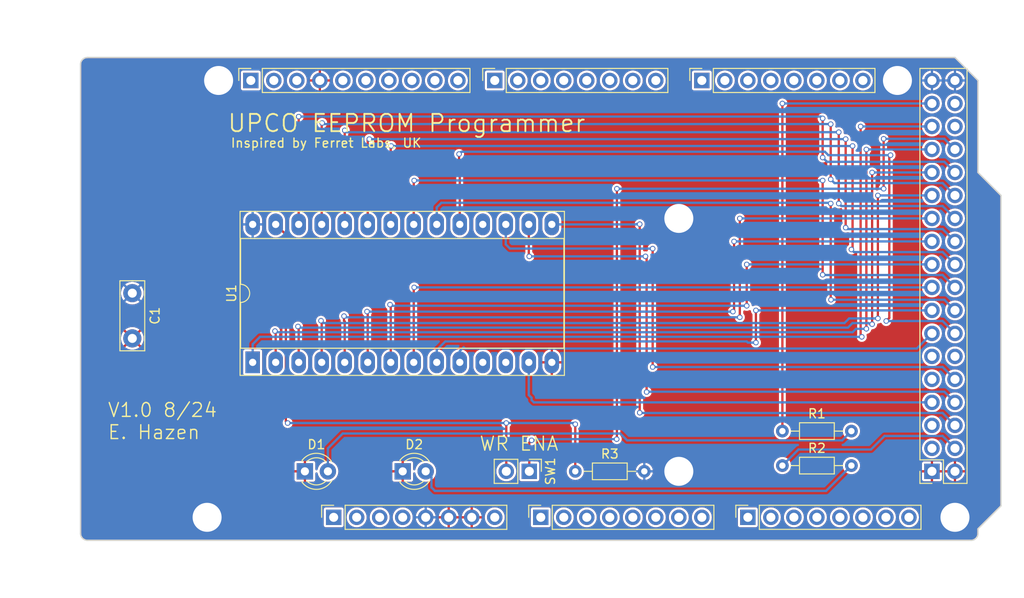
<source format=kicad_pcb>
(kicad_pcb (version 20240108) (generator "pcbnew") (generator_version "8.0")
  (title_block (date "mar. 31 mars 2015"))
  (layers (0 "F.Cu" signal) (31 "B.Cu" signal) (34 "B.Paste" user) (35 "F.Paste" user) (36 "B.SilkS" user "B.Silkscreen") (37 "F.SilkS" user "F.Silkscreen") (38 "B.Mask" user) (39 "F.Mask" user) (44 "Edge.Cuts" user))
  (net 0 "")
  (net 1 "GND")
  (net 2 "/*52")
  (net 3 "/53")
  (net 4 "/50")
  (net 5 "/51")
  (net 6 "/48")
  (net 7 "/49")
  (net 8 "/*46")
  (net 9 "/47")
  (net 10 "/*44")
  (net 11 "/*45")
  (net 12 "/42")
  (net 13 "/43")
  (net 14 "/40")
  (net 15 "/41")
  (net 16 "/38")
  (net 17 "/39")
  (net 18 "/36")
  (net 19 "/37")
  (net 20 "/34")
  (net 21 "/35")
  (net 22 "/32")
  (net 23 "/33")
  (net 24 "/30")
  (net 25 "/31")
  (net 26 "/28")
  (net 27 "/29")
  (net 28 "/26")
  (net 29 "/27")
  (net 30 "/24")
  (net 31 "/25")
  (net 32 "/22")
  (net 33 "/23")
  (net 34 "+5V")
  (net 35 "/IOREF")
  (net 36 "/A0")
  (net 37 "/A1")
  (net 38 "/A2")
  (net 39 "/A3")
  (net 40 "/A4")
  (net 41 "/A5")
  (net 42 "/A6")
  (net 43 "/A7")
  (net 44 "/A8")
  (net 45 "/A9")
  (net 46 "/A10")
  (net 47 "/A11")
  (net 48 "/A12")
  (net 49 "/A13")
  (net 50 "/A14")
  (net 51 "/A15")
  (net 52 "/AREF")
  (net 53 "/*13")
  (net 54 "/*12")
  (net 55 "/*11")
  (net 56 "/*10")
  (net 57 "/*9")
  (net 58 "/*8")
  (net 59 "/*7")
  (net 60 "/*6")
  (net 61 "/*5")
  (net 62 "/*4")
  (net 63 "/*3")
  (net 64 "/*2")
  (net 65 "/TX0{slash}1")
  (net 66 "/RX0{slash}0")
  (net 67 "+3V3")
  (net 68 "/TX3{slash}14")
  (net 69 "/RX3{slash}15")
  (net 70 "/TX2{slash}16")
  (net 71 "/RX2{slash}17")
  (net 72 "/TX1{slash}18")
  (net 73 "/RX1{slash}19")
  (net 74 "/SDA{slash}20")
  (net 75 "/SCL{slash}21")
  (net 76 "VCC")
  (net 77 "/~{RESET}")
  (net 79 "Net-(D1-A)")
  (net 80 "Net-(D2-A)")
  (net 81 "/46")
  (net 82 "/44")
  (net 83 "/45")
  (net 84 "Net-(SW1-B)")
  (footprint "Connector_PinSocket_2.54mm:PinSocket_2x18_P2.54mm_Vertical" (layer "F.Cu") (at 193.98 92.38 180)
    (property "Reference" "J7" (hide yes))
    (property "Value" "Digital")
    (pad "1" thru_hole rect (at 0 0 180) (size 1.7 1.7) (drill 1) (layers "*.Cu" "*.Mask") (net 1 "GND"))
    (pad "2" thru_hole oval (at -2.54 0 180) (size 1.7 1.7) (drill 1) (layers "*.Cu" "*.Mask") (net 1 "GND"))
    (pad "3" thru_hole oval (at 0 2.54 180) (size 1.7 1.7) (drill 1) (layers "*.Cu" "*.Mask") (net 2 "/*52"))
    (pad "4" thru_hole oval (at -2.54 2.54 180) (size 1.7 1.7) (drill 1) (layers "*.Cu" "*.Mask") (net 3 "/53"))
    (pad "5" thru_hole oval (at 0 5.08 180) (size 1.7 1.7) (drill 1) (layers "*.Cu" "*.Mask") (net 4 "/50"))
    (pad "6" thru_hole oval (at -2.54 5.08 180) (size 1.7 1.7) (drill 1) (layers "*.Cu" "*.Mask") (net 5 "/51"))
    (pad "7" thru_hole oval (at 0 7.62 180) (size 1.7 1.7) (drill 1) (layers "*.Cu" "*.Mask") (net 6 "/48"))
    (pad "8" thru_hole oval (at -2.54 7.62 180) (size 1.7 1.7) (drill 1) (layers "*.Cu" "*.Mask") (net 7 "/49"))
    (pad "9" thru_hole oval (at 0 10.16 180) (size 1.7 1.7) (drill 1) (layers "*.Cu" "*.Mask") (net 8 "/*46"))
    (pad "10" thru_hole oval (at -2.54 10.16 180) (size 1.7 1.7) (drill 1) (layers "*.Cu" "*.Mask") (net 9 "/47"))
    (pad "11" thru_hole oval (at 0 12.7 180) (size 1.7 1.7) (drill 1) (layers "*.Cu" "*.Mask") (net 10 "/*44"))
    (pad "12" thru_hole oval (at -2.54 12.7 180) (size 1.7 1.7) (drill 1) (layers "*.Cu" "*.Mask") (net 11 "/*45"))
    (pad "13" thru_hole oval (at 0 15.24 180) (size 1.7 1.7) (drill 1) (layers "*.Cu" "*.Mask") (net 12 "/42"))
    (pad "14" thru_hole oval (at -2.54 15.24 180) (size 1.7 1.7) (drill 1) (layers "*.Cu" "*.Mask") (net 13 "/43"))
    (pad "15" thru_hole oval (at 0 17.78 180) (size 1.7 1.7) (drill 1) (layers "*.Cu" "*.Mask") (net 14 "/40"))
    (pad "16" thru_hole oval (at -2.54 17.78 180) (size 1.7 1.7) (drill 1) (layers "*.Cu" "*.Mask") (net 15 "/41"))
    (pad "17" thru_hole oval (at 0 20.32 180) (size 1.7 1.7) (drill 1) (layers "*.Cu" "*.Mask") (net 16 "/38"))
    (pad "18" thru_hole oval (at -2.54 20.32 180) (size 1.7 1.7) (drill 1) (layers "*.Cu" "*.Mask") (net 17 "/39"))
    (pad "19" thru_hole oval (at 0 22.86 180) (size 1.7 1.7) (drill 1) (layers "*.Cu" "*.Mask") (net 18 "/36"))
    (pad "20" thru_hole oval (at -2.54 22.86 180) (size 1.7 1.7) (drill 1) (layers "*.Cu" "*.Mask") (net 19 "/37"))
    (pad "21" thru_hole oval (at 0 25.4 180) (size 1.7 1.7) (drill 1) (layers "*.Cu" "*.Mask") (net 20 "/34"))
    (pad "22" thru_hole oval (at -2.54 25.4 180) (size 1.7 1.7) (drill 1) (layers "*.Cu" "*.Mask") (net 21 "/35"))
    (pad "23" thru_hole oval (at 0 27.94 180) (size 1.7 1.7) (drill 1) (layers "*.Cu" "*.Mask") (net 22 "/32"))
    (pad "24" thru_hole oval (at -2.54 27.94 180) (size 1.7 1.7) (drill 1) (layers "*.Cu" "*.Mask") (net 23 "/33"))
    (pad "25" thru_hole oval (at 0 30.48 180) (size 1.7 1.7) (drill 1) (layers "*.Cu" "*.Mask") (net 24 "/30"))
    (pad "26" thru_hole oval (at -2.54 30.48 180) (size 1.7 1.7) (drill 1) (layers "*.Cu" "*.Mask") (net 25 "/31"))
    (pad "27" thru_hole oval (at 0 33.02 180) (size 1.7 1.7) (drill 1) (layers "*.Cu" "*.Mask") (net 26 "/28"))
    (pad "28" thru_hole oval (at -2.54 33.02 180) (size 1.7 1.7) (drill 1) (layers "*.Cu" "*.Mask") (net 27 "/29"))
    (pad "29" thru_hole oval (at 0 35.56 180) (size 1.7 1.7) (drill 1) (layers "*.Cu" "*.Mask") (net 28 "/26"))
    (pad "30" thru_hole oval (at -2.54 35.56 180) (size 1.7 1.7) (drill 1) (layers "*.Cu" "*.Mask") (net 29 "/27"))
    (pad "31" thru_hole oval (at 0 38.1 180) (size 1.7 1.7) (drill 1) (layers "*.Cu" "*.Mask") (net 30 "/24"))
    (pad "32" thru_hole oval (at -2.54 38.1 180) (size 1.7 1.7) (drill 1) (layers "*.Cu" "*.Mask") (net 31 "/25"))
    (pad "33" thru_hole oval (at 0 40.64 180) (size 1.7 1.7) (drill 1) (layers "*.Cu" "*.Mask") (net 32 "/22"))
    (pad "34" thru_hole oval (at -2.54 40.64 180) (size 1.7 1.7) (drill 1) (layers "*.Cu" "*.Mask") (net 33 "/23"))
    (pad "35" thru_hole oval (at 0 43.18 180) (size 1.7 1.7) (drill 1) (layers "*.Cu" "*.Mask") (net 34 "+5V"))
    (pad "36" thru_hole oval (at -2.54 43.18 180) (size 1.7 1.7) (drill 1) (layers "*.Cu" "*.Mask") (net 34 "+5V"))
  )
  (footprint "Connector_PinSocket_2.54mm:PinSocket_1x08_P2.54mm_Vertical" (layer "F.Cu") (at 127.94 97.46 90)
    (property "Reference" "J1" (hide yes))
    (property "Value" "Power")
    (pad "1" thru_hole rect (at 0 0 90) (size 1.7 1.7) (drill 1) (layers "*.Cu" "*.Mask"))
    (pad "2" thru_hole oval (at 0 2.54 90) (size 1.7 1.7) (drill 1) (layers "*.Cu" "*.Mask") (net 35 "/IOREF"))
    (pad "3" thru_hole oval (at 0 5.08 90) (size 1.7 1.7) (drill 1) (layers "*.Cu" "*.Mask") (net 77 "/~{RESET}"))
    (pad "4" thru_hole oval (at 0 7.62 90) (size 1.7 1.7) (drill 1) (layers "*.Cu" "*.Mask") (net 67 "+3V3"))
    (pad "5" thru_hole oval (at 0 10.16 90) (size 1.7 1.7) (drill 1) (layers "*.Cu" "*.Mask") (net 34 "+5V"))
    (pad "6" thru_hole oval (at 0 12.7 90) (size 1.7 1.7) (drill 1) (layers "*.Cu" "*.Mask") (net 1 "GND"))
    (pad "7" thru_hole oval (at 0 15.24 90) (size 1.7 1.7) (drill 1) (layers "*.Cu" "*.Mask") (net 1 "GND"))
    (pad "8" thru_hole oval (at 0 17.78 90) (size 1.7 1.7) (drill 1) (layers "*.Cu" "*.Mask") (net 76 "VCC"))
  )
  (footprint "Connector_PinSocket_2.54mm:PinSocket_1x08_P2.54mm_Vertical" (layer "F.Cu") (at 150.8 97.46 90)
    (property "Reference" "J3" (hide yes))
    (property "Value" "Analog")
    (pad "1" thru_hole rect (at 0 0 90) (size 1.7 1.7) (drill 1) (layers "*.Cu" "*.Mask") (net 36 "/A0"))
    (pad "2" thru_hole oval (at 0 2.54 90) (size 1.7 1.7) (drill 1) (layers "*.Cu" "*.Mask") (net 37 "/A1"))
    (pad "3" thru_hole oval (at 0 5.08 90) (size 1.7 1.7) (drill 1) (layers "*.Cu" "*.Mask") (net 38 "/A2"))
    (pad "4" thru_hole oval (at 0 7.62 90) (size 1.7 1.7) (drill 1) (layers "*.Cu" "*.Mask") (net 39 "/A3"))
    (pad "5" thru_hole oval (at 0 10.16 90) (size 1.7 1.7) (drill 1) (layers "*.Cu" "*.Mask") (net 40 "/A4"))
    (pad "6" thru_hole oval (at 0 12.7 90) (size 1.7 1.7) (drill 1) (layers "*.Cu" "*.Mask") (net 41 "/A5"))
    (pad "7" thru_hole oval (at 0 15.24 90) (size 1.7 1.7) (drill 1) (layers "*.Cu" "*.Mask") (net 42 "/A6"))
    (pad "8" thru_hole oval (at 0 17.78 90) (size 1.7 1.7) (drill 1) (layers "*.Cu" "*.Mask") (net 43 "/A7"))
  )
  (footprint "Connector_PinSocket_2.54mm:PinSocket_1x08_P2.54mm_Vertical" (layer "F.Cu") (at 173.66 97.46 90)
    (property "Reference" "J5" (hide yes))
    (property "Value" "Analog")
    (pad "1" thru_hole rect (at 0 0 90) (size 1.7 1.7) (drill 1) (layers "*.Cu" "*.Mask") (net 44 "/A8"))
    (pad "2" thru_hole oval (at 0 2.54 90) (size 1.7 1.7) (drill 1) (layers "*.Cu" "*.Mask") (net 45 "/A9"))
    (pad "3" thru_hole oval (at 0 5.08 90) (size 1.7 1.7) (drill 1) (layers "*.Cu" "*.Mask") (net 46 "/A10"))
    (pad "4" thru_hole oval (at 0 7.62 90) (size 1.7 1.7) (drill 1) (layers "*.Cu" "*.Mask") (net 47 "/A11"))
    (pad "5" thru_hole oval (at 0 10.16 90) (size 1.7 1.7) (drill 1) (layers "*.Cu" "*.Mask") (net 48 "/A12"))
    (pad "6" thru_hole oval (at 0 12.7 90) (size 1.7 1.7) (drill 1) (layers "*.Cu" "*.Mask") (net 49 "/A13"))
    (pad "7" thru_hole oval (at 0 15.24 90) (size 1.7 1.7) (drill 1) (layers "*.Cu" "*.Mask") (net 50 "/A14"))
    (pad "8" thru_hole oval (at 0 17.78 90) (size 1.7 1.7) (drill 1) (layers "*.Cu" "*.Mask") (net 51 "/A15"))
  )
  (footprint "Connector_PinSocket_2.54mm:PinSocket_1x10_P2.54mm_Vertical" (layer "F.Cu") (at 118.796 49.2 90)
    (property "Reference" "J2" (hide yes))
    (property "Value" "PWM")
    (pad "1" thru_hole rect (at 0 0 90) (size 1.7 1.7) (drill 1) (layers "*.Cu" "*.Mask") (net 75 "/SCL{slash}21"))
    (pad "2" thru_hole oval (at 0 2.54 90) (size 1.7 1.7) (drill 1) (layers "*.Cu" "*.Mask") (net 74 "/SDA{slash}20"))
    (pad "3" thru_hole oval (at 0 5.08 90) (size 1.7 1.7) (drill 1) (layers "*.Cu" "*.Mask") (net 52 "/AREF"))
    (pad "4" thru_hole oval (at 0 7.62 90) (size 1.7 1.7) (drill 1) (layers "*.Cu" "*.Mask") (net 1 "GND"))
    (pad "5" thru_hole oval (at 0 10.16 90) (size 1.7 1.7) (drill 1) (layers "*.Cu" "*.Mask") (net 53 "/*13"))
    (pad "6" thru_hole oval (at 0 12.7 90) (size 1.7 1.7) (drill 1) (layers "*.Cu" "*.Mask") (net 54 "/*12"))
    (pad "7" thru_hole oval (at 0 15.24 90) (size 1.7 1.7) (drill 1) (layers "*.Cu" "*.Mask") (net 55 "/*11"))
    (pad "8" thru_hole oval (at 0 17.78 90) (size 1.7 1.7) (drill 1) (layers "*.Cu" "*.Mask") (net 56 "/*10"))
    (pad "9" thru_hole oval (at 0 20.32 90) (size 1.7 1.7) (drill 1) (layers "*.Cu" "*.Mask") (net 57 "/*9"))
    (pad "10" thru_hole oval (at 0 22.86 90) (size 1.7 1.7) (drill 1) (layers "*.Cu" "*.Mask") (net 58 "/*8"))
  )
  (footprint "Connector_PinSocket_2.54mm:PinSocket_1x08_P2.54mm_Vertical" (layer "F.Cu") (at 145.72 49.2 90)
    (property "Reference" "J4" (hide yes))
    (property "Value" "PWM")
    (pad "1" thru_hole rect (at 0 0 90) (size 1.7 1.7) (drill 1) (layers "*.Cu" "*.Mask") (net 59 "/*7"))
    (pad "2" thru_hole oval (at 0 2.54 90) (size 1.7 1.7) (drill 1) (layers "*.Cu" "*.Mask") (net 60 "/*6"))
    (pad "3" thru_hole oval (at 0 5.08 90) (size 1.7 1.7) (drill 1) (layers "*.Cu" "*.Mask") (net 61 "/*5"))
    (pad "4" thru_hole oval (at 0 7.62 90) (size 1.7 1.7) (drill 1) (layers "*.Cu" "*.Mask") (net 62 "/*4"))
    (pad "5" thru_hole oval (at 0 10.16 90) (size 1.7 1.7) (drill 1) (layers "*.Cu" "*.Mask") (net 63 "/*3"))
    (pad "6" thru_hole oval (at 0 12.7 90) (size 1.7 1.7) (drill 1) (layers "*.Cu" "*.Mask") (net 64 "/*2"))
    (pad "7" thru_hole oval (at 0 15.24 90) (size 1.7 1.7) (drill 1) (layers "*.Cu" "*.Mask") (net 65 "/TX0{slash}1"))
    (pad "8" thru_hole oval (at 0 17.78 90) (size 1.7 1.7) (drill 1) (layers "*.Cu" "*.Mask") (net 66 "/RX0{slash}0"))
  )
  (footprint "Connector_PinSocket_2.54mm:PinSocket_1x08_P2.54mm_Vertical" (layer "F.Cu") (at 168.58 49.2 90)
    (property "Reference" "J6" (hide yes))
    (property "Value" "Communication")
    (pad "1" thru_hole rect (at 0 0 90) (size 1.7 1.7) (drill 1) (layers "*.Cu" "*.Mask") (net 68 "/TX3{slash}14"))
    (pad "2" thru_hole oval (at 0 2.54 90) (size 1.7 1.7) (drill 1) (layers "*.Cu" "*.Mask") (net 69 "/RX3{slash}15"))
    (pad "3" thru_hole oval (at 0 5.08 90) (size 1.7 1.7) (drill 1) (layers "*.Cu" "*.Mask") (net 70 "/TX2{slash}16"))
    (pad "4" thru_hole oval (at 0 7.62 90) (size 1.7 1.7) (drill 1) (layers "*.Cu" "*.Mask") (net 71 "/RX2{slash}17"))
    (pad "5" thru_hole oval (at 0 10.16 90) (size 1.7 1.7) (drill 1) (layers "*.Cu" "*.Mask") (net 72 "/TX1{slash}18"))
    (pad "6" thru_hole oval (at 0 12.7 90) (size 1.7 1.7) (drill 1) (layers "*.Cu" "*.Mask") (net 73 "/RX1{slash}19"))
    (pad "7" thru_hole oval (at 0 15.24 90) (size 1.7 1.7) (drill 1) (layers "*.Cu" "*.Mask") (net 74 "/SDA{slash}20"))
    (pad "8" thru_hole oval (at 0 17.78 90) (size 1.7 1.7) (drill 1) (layers "*.Cu" "*.Mask") (net 75 "/SCL{slash}21"))
  )
  (footprint "Package_DIP:DIP-28_W15.24mm_Socket_LongPads" (layer "F.Cu") (at 118.9992 80.3404 90)
    (property "Reference" "U1" (at 7.62 -2.33 90) (layer "F.SilkS"))
    (property "Value" "28C256")
    (pad "1" thru_hole rect (at 0 0 90) (size 2.4 1.6) (drill 0.8) (layers "*.Cu" "*.Mask") (net 30 "/24"))
    (pad "2" thru_hole oval (at 0 2.54 90) (size 2.4 1.6) (drill 0.8) (layers "*.Cu" "*.Mask") (net 28 "/26"))
    (pad "3" thru_hole oval (at 0 5.08 90) (size 2.4 1.6) (drill 0.8) (layers "*.Cu" "*.Mask") (net 26 "/28"))
    (pad "4" thru_hole oval (at 0 7.62 90) (size 2.4 1.6) (drill 0.8) (layers "*.Cu" "*.Mask") (net 24 "/30"))
    (pad "5" thru_hole oval (at 0 10.16 90) (size 2.4 1.6) (drill 0.8) (layers "*.Cu" "*.Mask") (net 22 "/32"))
    (pad "6" thru_hole oval (at 0 12.7 90) (size 2.4 1.6) (drill 0.8) (layers "*.Cu" "*.Mask") (net 20 "/34"))
    (pad "7" thru_hole oval (at 0 15.24 90) (size 2.4 1.6) (drill 0.8) (layers "*.Cu" "*.Mask") (net 18 "/36"))
    (pad "8" thru_hole oval (at 0 17.78 90) (size 2.4 1.6) (drill 0.8) (layers "*.Cu" "*.Mask") (net 16 "/38"))
    (pad "9" thru_hole oval (at 0 20.32 90) (size 2.4 1.6) (drill 0.8) (layers "*.Cu" "*.Mask") (net 14 "/40"))
    (pad "10" thru_hole oval (at 0 22.86 90) (size 2.4 1.6) (drill 0.8) (layers "*.Cu" "*.Mask") (net 12 "/42"))
    (pad "11" thru_hole oval (at 0 25.4 90) (size 2.4 1.6) (drill 0.8) (layers "*.Cu" "*.Mask") (net 82 "/44"))
    (pad "12" thru_hole oval (at 0 27.94 90) (size 2.4 1.6) (drill 0.8) (layers "*.Cu" "*.Mask") (net 81 "/46"))
    (pad "13" thru_hole oval (at 0 30.48 90) (size 2.4 1.6) (drill 0.8) (layers "*.Cu" "*.Mask") (net 6 "/48"))
    (pad "14" thru_hole oval (at 0 33.02 90) (size 2.4 1.6) (drill 0.8) (layers "*.Cu" "*.Mask") (net 1 "GND"))
    (pad "15" thru_hole oval (at 15.24 33.02 90) (size 2.4 1.6) (drill 0.8) (layers "*.Cu" "*.Mask") (net 5 "/51"))
    (pad "16" thru_hole oval (at 15.24 30.48 90) (size 2.4 1.6) (drill 0.8) (layers "*.Cu" "*.Mask") (net 7 "/49"))
    (pad "17" thru_hole oval (at 15.24 27.94 90) (size 2.4 1.6) (drill 0.8) (layers "*.Cu" "*.Mask") (net 9 "/47"))
    (pad "18" thru_hole oval (at 15.24 25.4 90) (size 2.4 1.6) (drill 0.8) (layers "*.Cu" "*.Mask") (net 83 "/45"))
    (pad "19" thru_hole oval (at 15.24 22.86 90) (size 2.4 1.6) (drill 0.8) (layers "*.Cu" "*.Mask") (net 13 "/43"))
    (pad "20" thru_hole oval (at 15.24 20.32 90) (size 2.4 1.6) (drill 0.8) (layers "*.Cu" "*.Mask") (net 15 "/41"))
    (pad "21" thru_hole oval (at 15.24 17.78 90) (size 2.4 1.6) (drill 0.8) (layers "*.Cu" "*.Mask") (net 17 "/39"))
    (pad "22" thru_hole oval (at 15.24 15.24 90) (size 2.4 1.6) (drill 0.8) (layers "*.Cu" "*.Mask") (net 19 "/37"))
    (pad "23" thru_hole oval (at 15.24 12.7 90) (size 2.4 1.6) (drill 0.8) (layers "*.Cu" "*.Mask") (net 21 "/35"))
    (pad "24" thru_hole oval (at 15.24 10.16 90) (size 2.4 1.6) (drill 0.8) (layers "*.Cu" "*.Mask") (net 23 "/33"))
    (pad "25" thru_hole oval (at 15.24 7.62 90) (size 2.4 1.6) (drill 0.8) (layers "*.Cu" "*.Mask") (net 25 "/31"))
    (pad "26" thru_hole oval (at 15.24 5.08 90) (size 2.4 1.6) (drill 0.8) (layers "*.Cu" "*.Mask") (net 27 "/29"))
    (pad "27" thru_hole oval (at 15.24 2.54 90) (size 2.4 1.6) (drill 0.8) (layers "*.Cu" "*.Mask") (net 84 "Net-(SW1-B)"))
    (pad "28" thru_hole oval (at 15.24 0 90) (size 2.4 1.6) (drill 0.8) (layers "*.Cu" "*.Mask") (net 34 "+5V"))
  )
  (footprint "Resistor_THT:R_Axial_DIN0204_L3.6mm_D1.6mm_P7.62mm_Horizontal" (layer "F.Cu") (at 177.47 87.935)
    (property "Reference" "R1" (at 3.81 -1.92 0) (layer "F.SilkS"))
    (property "Value" "390")
    (pad "1" thru_hole circle (at 0 0) (size 1.4 1.4) (drill 0.7) (layers "*.Cu" "*.Mask") (net 32 "/22"))
    (pad "2" thru_hole oval (at 7.62 0) (size 1.4 1.4) (drill 0.7) (layers "*.Cu" "*.Mask") (net 79 "Net-(D1-A)"))
  )
  (footprint "Arduino_MountingHole:MountingHole_3.2mm" (layer "F.Cu") (at 196.52 97.46)
    (property "Reference" "MH6" (hide yes))
    (property "Value" "MountingHole_3.2mm" (hide yes))
    (pad "" np_thru_hole circle (at 0 0) (size 3.2 3.2) (drill 3.2) (layers "*.Cu" "*.Mask"))
  )
  (footprint "Connector_PinHeader_2.54mm:PinHeader_1x02_P2.54mm_Vertical" (layer "F.Cu") (at 149.535 92.38 -90)
    (property "Reference" "SW1" (at 0 -2.33 90) (layer "F.SilkS"))
    (property "Value" "SW_SPST")
    (pad "1" thru_hole rect (at 0 0 270) (size 1.7 1.7) (drill 1) (layers "*.Cu" "*.Mask") (net 29 "/27"))
    (pad "2" thru_hole oval (at 0 2.54 270) (size 1.7 1.7) (drill 1) (layers "*.Cu" "*.Mask") (net 84 "Net-(SW1-B)"))
  )
  (footprint "LED_THT:LED_D3.0mm" (layer "F.Cu") (at 135.56 92.38)
    (property "Reference" "D2" (at 1.27 -2.96 0) (layer "F.SilkS"))
    (property "Value" "LED")
    (pad "1" thru_hole rect (at 0 0) (size 1.8 1.8) (drill 0.9) (layers "*.Cu" "*.Mask") (net 1 "GND"))
    (pad "2" thru_hole circle (at 2.54 0) (size 1.8 1.8) (drill 0.9) (layers "*.Cu" "*.Mask") (net 80 "Net-(D2-A)"))
  )
  (footprint "LED_THT:LED_D3.0mm" (layer "F.Cu") (at 124.765 92.38)
    (property "Reference" "D1" (at 1.27 -2.96 0) (layer "F.SilkS"))
    (property "Value" "LED")
    (pad "1" thru_hole rect (at 0 0) (size 1.8 1.8) (drill 0.9) (layers "*.Cu" "*.Mask") (net 1 "GND"))
    (pad "2" thru_hole circle (at 2.54 0) (size 1.8 1.8) (drill 0.9) (layers "*.Cu" "*.Mask") (net 79 "Net-(D1-A)"))
  )
  (footprint "Arduino_MountingHole:MountingHole_3.2mm" (layer "F.Cu") (at 115.24 49.2)
    (property "Reference" "MH1" (hide yes))
    (property "Value" "MountingHole_3.2mm" (hide yes))
    (pad "" np_thru_hole circle (at 0 0) (size 3.2 3.2) (drill 3.2) (layers "*.Cu" "*.Mask"))
  )
  (footprint "Capacitor_THT:C_Disc_D7.5mm_W2.5mm_P5.00mm" (layer "F.Cu") (at 105.715 72.695 -90)
    (property "Reference" "C1" (at 2.5 -2.5 90) (layer "F.SilkS"))
    (property "Value" "1.0uF")
    (pad "1" thru_hole circle (at 0 0 270) (size 2 2) (drill 1) (layers "*.Cu" "*.Mask") (net 34 "+5V"))
    (pad "2" thru_hole circle (at 5 0 270) (size 2 2) (drill 1) (layers "*.Cu" "*.Mask") (net 1 "GND"))
  )
  (footprint "Arduino_MountingHole:MountingHole_3.2mm" (layer "F.Cu") (at 113.97 97.46)
    (property "Reference" "MH2" (hide yes))
    (property "Value" "MountingHole_3.2mm" (hide yes))
    (pad "" np_thru_hole circle (at 0 0) (size 3.2 3.2) (drill 3.2) (layers "*.Cu" "*.Mask"))
  )
  (footprint "Resistor_THT:R_Axial_DIN0204_L3.6mm_D1.6mm_P7.62mm_Horizontal" (layer "F.Cu") (at 177.47 91.745)
    (property "Reference" "R2" (at 3.81 -1.92 0) (layer "F.SilkS"))
    (property "Value" "390")
    (pad "1" thru_hole circle (at 0 0) (size 1.4 1.4) (drill 0.7) (layers "*.Cu" "*.Mask") (net 3 "/53"))
    (pad "2" thru_hole oval (at 7.62 0) (size 1.4 1.4) (drill 0.7) (layers "*.Cu" "*.Mask") (net 80 "Net-(D2-A)"))
  )
  (footprint "Resistor_THT:R_Axial_DIN0204_L3.6mm_D1.6mm_P7.62mm_Horizontal" (layer "F.Cu") (at 154.61 92.38)
    (property "Reference" "R3" (at 3.81 -1.92 0) (layer "F.SilkS"))
    (property "Value" "4.7k")
    (pad "1" thru_hole circle (at 0 0) (size 1.4 1.4) (drill 0.7) (layers "*.Cu" "*.Mask") (net 84 "Net-(SW1-B)"))
    (pad "2" thru_hole oval (at 7.62 0) (size 1.4 1.4) (drill 0.7) (layers "*.Cu" "*.Mask") (net 34 "+5V"))
  )
  (footprint "Arduino_MountingHole:MountingHole_3.2mm" (layer "F.Cu") (at 166.04 64.44)
    (property "Reference" "MH3" (hide yes))
    (property "Value" "MountingHole_3.2mm" (hide yes))
    (pad "" np_thru_hole circle (at 0 0) (size 3.2 3.2) (drill 3.2) (layers "*.Cu" "*.Mask"))
  )
  (footprint "Arduino_MountingHole:MountingHole_3.2mm" (layer "F.Cu") (at 166.04 92.38)
    (property "Reference" "MH4" (hide yes))
    (property "Value" "MountingHole_3.2mm" (hide yes))
    (pad "" np_thru_hole circle (at 0 0) (size 3.2 3.2) (drill 3.2) (layers "*.Cu" "*.Mask"))
  )
  (footprint "Arduino_MountingHole:MountingHole_3.2mm" (layer "F.Cu") (at 190.17 49.2)
    (property "Reference" "MH5" (hide yes))
    (property "Value" "MountingHole_3.2mm" (hide yes))
    (pad "" np_thru_hole circle (at 0 0) (size 3.2 3.2) (drill 3.2) (layers "*.Cu" "*.Mask"))
  )
  (gr_line (start 199.06 59.36) (end 201.6 61.9) (stroke (width 0.15)) (layer "Edge.Cuts"))
  (gr_line (start 100 99.238) (end 100 47.422) (stroke (width 0.15)) (layer "Edge.Cuts"))
  (gr_line (start 201.6 61.9) (end 201.6 96.19) (stroke (width 0.15)) (layer "Edge.Cuts"))
  (gr_line (start 198.298 100) (end 100.762 100) (stroke (width 0.15)) (layer "Edge.Cuts"))
  (gr_line (start 100.762 46.66) (end 196.52 46.66) (stroke (width 0.15)) (layer "Edge.Cuts"))
  (gr_arc (start 100.762 100) (mid 100.223185 99.776815) (end 100 99.238) (stroke (width 0.15)) (layer "Edge.Cuts"))
  (gr_line (start 201.6 96.19) (end 199.06 98.73) (stroke (width 0.15)) (layer "Edge.Cuts"))
  (gr_line (start 196.52 46.66) (end 199.06 49.2) (stroke (width 0.15)) (layer "Edge.Cuts"))
  (gr_arc (start 199.06 99.238) (mid 198.836815 99.776815) (end 198.298 100) (stroke (width 0.15)) (layer "Edge.Cuts"))
  (gr_line (start 199.06 49.2) (end 199.06 59.36) (stroke (width 0.15)) (layer "Edge.Cuts"))
  (gr_line (start 199.06 98.73) (end 199.06 99.238) (stroke (width 0.15)) (layer "Edge.Cuts"))
  (gr_arc (start 100 47.422) (mid 100.223185 46.883185) (end 100.762 46.66) (stroke (width 0.15)) (layer "Edge.Cuts"))
  (gr_text "Inspired by Ferret Labs, UK" (at 116.51 56.693 0) (layer "F.SilkS") (effects (font (size 1 1)) (justify left bottom)))
  (gr_text "WR ENA" (at 143.942 90.221 0) (layer "F.SilkS") (effects (font (size 1.524 1.524) (thickness 0.1524)) (justify left bottom)))
  (gr_text "UPCO EEPROM Programmer" (at 116.129 55.042 0) (layer "F.SilkS") (effects (font (size 1.905 1.905) (thickness 0.2032)) (justify left bottom)))
  (gr_text "V1.0 8/24\nE. Hazen" (at 102.921 88.951 0) (layer "F.SilkS") (effects (font (size 1.524 1.524) (thickness 0.1524)) (justify left bottom)))
  (segment (start 188.741 88.475) (end 187.249 89.967) (width 0.25) (layer "B.Cu") (net 3))
  (segment (start 196.52 89.84) (end 195.155 88.475) (width 0.25) (layer "B.Cu") (net 3))
  (segment (start 187.249 89.967) (end 179.248 89.967) (width 0.25) (layer "B.Cu") (net 3))
  (segment (start 179.248 89.967) (end 177.47 91.745) (width 0.25) (layer "B.Cu") (net 3))
  (segment (start 195.155 88.475) (end 188.741 88.475) (width 0.25) (layer "B.Cu") (net 3))
  (segment (start 161.722 85.903) (end 161.722 65.075) (width 0.25) (layer "F.Cu") (net 5))
  (via (at 161.722 65.075) (size 0.6) (drill 0.4) (layers "F.Cu" "B.Cu") (net 5))
  (via (at 161.722 85.903) (size 0.6) (drill 0.4) (layers "F.Cu" "B.Cu") (net 5))
  (segment (start 161.3156 65.1004) (end 152.0192 65.1004) (width 0.25) (layer "B.Cu") (net 5))
  (segment (start 161.722 65.075) (end 161.341 65.075) (width 0.25) (layer "B.Cu") (net 5))
  (segment (start 195.155 85.935) (end 161.754 85.935) (width 0.25) (layer "B.Cu") (net 5))
  (segment (start 161.341 65.075) (end 161.3156 65.1004) (width 0.25) (layer "B.Cu") (net 5))
  (segment (start 196.52 87.3) (end 195.155 85.935) (width 0.25) (layer "B.Cu") (net 5))
  (segment (start 161.754 85.935) (end 161.722 85.903) (width 0.25) (layer "B.Cu") (net 5))
  (segment (start 149.784 84.506) (end 149.784 84.252) (width 0.25) (layer "B.Cu") (net 6))
  (segment (start 150.038 84.76) (end 149.784 84.506) (width 0.25) (layer "B.Cu") (net 6))
  (segment (start 149.784 84.252) (end 149.4792 83.9472) (width 0.25) (layer "B.Cu") (net 6))
  (segment (start 193.98 84.76) (end 150.038 84.76) (width 0.25) (layer "B.Cu") (net 6))
  (segment (start 149.4792 83.9472) (end 149.4792 80.3404) (width 0.25) (layer "B.Cu") (net 6))
  (segment (start 149.4792 68.5802) (end 149.4792 65.1004) (width 0.25) (layer "F.Cu") (net 7))
  (segment (start 149.53 68.631) (end 149.4792 68.5802) (width 0.25) (layer "F.Cu") (net 7))
  (segment (start 162.484 83.617) (end 162.484 68.758) (width 0.25) (layer "F.Cu") (net 7))
  (segment (start 162.484 68.758) (end 162.357 68.631) (width 0.25) (layer "F.Cu") (net 7))
  (via (at 149.53 68.631) (size 0.6) (drill 0.4) (layers "F.Cu" "B.Cu") (net 7))
  (via (at 162.484 83.617) (size 0.6) (drill 0.4) (layers "F.Cu" "B.Cu") (net 7))
  (via (at 162.357 68.631) (size 0.6) (drill 0.4) (layers "F.Cu" "B.Cu") (net 7))
  (segment (start 195.345 83.585) (end 162.516 83.585) (width 0.25) (layer "B.Cu") (net 7))
  (segment (start 162.516 83.585) (end 162.484 83.617) (width 0.25) (layer "B.Cu") (net 7))
  (segment (start 162.357 68.631) (end 149.53 68.631) (width 0.25) (layer "B.Cu") (net 7))
  (segment (start 196.52 84.76) (end 195.345 83.585) (width 0.25) (layer "B.Cu") (net 7))
  (segment (start 163.119 67.742) (end 163.151 67.774) (width 0.25) (layer "F.Cu") (net 9))
  (segment (start 163.151 80.855) (end 163.151 67.774) (width 0.25) (layer "F.Cu") (net 9))
  (via (at 163.151 67.774) (size 0.6) (drill 0.4) (layers "F.Cu" "B.Cu") (net 9))
  (via (at 163.151 80.855) (size 0.6) (drill 0.4) (layers "F.Cu" "B.Cu") (net 9))
  (segment (start 163.151 67.774) (end 147.403 67.774) (width 0.25) (layer "B.Cu") (net 9))
  (segment (start 147.403 67.774) (end 146.9392 67.3102) (width 0.25) (layer "B.Cu") (net 9))
  (segment (start 195.155 80.855) (end 163.151 80.855) (width 0.25) (layer "B.Cu") (net 9))
  (segment (start 146.9392 67.3102) (end 146.9392 65.1004) (width 0.25) (layer "B.Cu") (net 9))
  (segment (start 196.52 82.22) (end 195.155 80.855) (width 0.25) (layer "B.Cu") (net 9))
  (segment (start 163.119 80.823) (end 163.151 80.855) (width 0.25) (layer "B.Cu") (net 9))
  (segment (start 142.4424 78.8154) (end 142.291 78.664) (width 0.25) (layer "B.Cu") (net 12))
  (segment (start 192.3046 78.8154) (end 142.4424 78.8154) (width 0.25) (layer "B.Cu") (net 12))
  (segment (start 141.8592 79.0958) (end 141.8592 80.3404) (width 0.25) (layer "B.Cu") (net 12))
  (segment (start 142.291 78.664) (end 141.8592 79.0958) (width 0.25) (layer "B.Cu") (net 12))
  (segment (start 193.98 77.14) (end 192.3046 78.8154) (width 0.25) (layer "B.Cu") (net 12))
  (segment (start 189.271 75.436) (end 189.271 57.592) (width 0.25) (layer "F.Cu") (net 13))
  (segment (start 141.783 57.328) (end 141.783 57.963) (width 0.25) (layer "F.Cu") (net 13))
  (segment (start 189.271 57.592) (end 189.408 57.455) (width 0.25) (layer "F.Cu") (net 13))
  (segment (start 188.932 75.775) (end 189.271 75.436) (width 0.25) (layer "F.Cu") (net 13))
  (segment (start 141.8592 58.0392) (end 141.8592 65.1004) (width 0.25) (layer "F.Cu") (net 13))
  (segment (start 141.783 57.963) (end 141.8592 58.0392) (width 0.25) (layer "F.Cu") (net 13))
  (via (at 188.932 75.775) (size 0.6) (drill 0.4) (layers "F.Cu" "B.Cu") (net 13))
  (via (at 189.408 57.455) (size 0.6) (drill 0.4) (layers "F.Cu" "B.Cu") (net 13))
  (via (at 141.783 57.328) (size 0.6) (drill 0.4) (layers "F.Cu" "B.Cu") (net 13))
  (segment (start 189.408 57.455) (end 182.544884 57.455) (width 0.25) (layer "B.Cu") (net 13))
  (segment (start 196.52 77.14) (end 195.155 75.775) (width 0.25) (layer "B.Cu") (net 13))
  (segment (start 182.163884 57.074) (end 142.037 57.074) (width 0.25) (layer "B.Cu") (net 13))
  (segment (start 188.9 75.743) (end 188.932 75.775) (width 0.25) (layer "B.Cu") (net 13))
  (segment (start 195.155 75.775) (end 188.932 75.775) (width 0.25) (layer "B.Cu") (net 13))
  (segment (start 142.037 57.074) (end 141.783 57.328) (width 0.25) (layer "B.Cu") (net 13))
  (segment (start 182.544884 57.455) (end 182.163884 57.074) (width 0.25) (layer "B.Cu") (net 13))
  (segment (start 174.549 74.6) (end 174.549 78.156) (width 0.25) (layer "F.Cu") (net 14))
  (via (at 174.549 74.6) (size 0.6) (drill 0.4) (layers "F.Cu" "B.Cu") (net 14))
  (via (at 174.549 78.156) (size 0.6) (drill 0.4) (layers "F.Cu" "B.Cu") (net 14))
  (segment (start 173.533 78.029) (end 140.259 78.029) (width 0.25) (layer "B.Cu") (net 14))
  (segment (start 140.259 78.029) (end 139.3192 78.9688) (width 0.25) (layer "B.Cu") (net 14))
  (segment (start 139.3192 78.9688) (end 139.3192 80.3404) (width 0.25) (layer "B.Cu") (net 14))
  (segment (start 193.98 74.6) (end 174.549 74.6) (width 0.25) (layer "B.Cu") (net 14))
  (segment (start 173.66 78.156) (end 173.533 78.029) (width 0.25) (layer "B.Cu") (net 14))
  (segment (start 174.549 78.156) (end 173.66 78.156) (width 0.25) (layer "B.Cu") (net 14))
  (segment (start 182.836 73.425) (end 182.804 73.393) (width 0.25) (layer "F.Cu") (net 15))
  (segment (start 182.804 73.393) (end 182.804 62.789) (width 0.25) (layer "F.Cu") (net 15))
  (via (at 182.836 73.425) (size 0.6) (drill 0.4) (layers "F.Cu" "B.Cu") (net 15))
  (via (at 182.804 62.789) (size 0.6) (drill 0.4) (layers "F.Cu" "B.Cu") (net 15))
  (segment (start 182.804 73.457) (end 182.836 73.425) (width 0.25) (layer "B.Cu") (net 15))
  (segment (start 196.52 74.6) (end 195.345 73.425) (width 0.25) (layer "B.Cu") (net 15))
  (segment (start 182.73 62.715) (end 139.825 62.715) (width 0.25) (layer "B.Cu") (net 15))
  (segment (start 195.345 73.425) (end 182.836 73.425) (width 0.25) (layer "B.Cu") (net 15))
  (segment (start 139.825 62.715) (end 139.3192 63.2208) (width 0.25) (layer "B.Cu") (net 15))
  (segment (start 182.804 62.789) (end 182.73 62.715) (width 0.25) (layer "B.Cu") (net 15))
  (segment (start 139.3192 63.2208) (end 139.3192 65.1004) (width 0.25) (layer "B.Cu") (net 15))
  (segment (start 136.83 72.06) (end 136.7792 72.1108) (width 0.25) (layer "F.Cu") (net 16))
  (segment (start 136.7792 72.1108) (end 136.7792 80.3404) (width 0.25) (layer "F.Cu") (net 16))
  (via (at 136.83 72.06) (size 0.6) (drill 0.4) (layers "F.Cu" "B.Cu") (net 16))
  (segment (start 193.98 72.06) (end 136.83 72.06) (width 0.25) (layer "B.Cu") (net 16))
  (segment (start 136.7792 60.4268) (end 136.7792 65.1004) (width 0.25) (layer "F.Cu") (net 17))
  (segment (start 181.915 70.663) (end 181.915 60.249) (width 0.25) (layer "F.Cu") (net 17))
  (segment (start 136.83 60.376) (end 136.7792 60.4268) (width 0.25) (layer "F.Cu") (net 17))
  (segment (start 136.83 60.249) (end 136.83 60.376) (width 0.25) (layer "F.Cu") (net 17))
  (via (at 181.915 70.663) (size 0.6) (drill 0.4) (layers "F.Cu" "B.Cu") (net 17))
  (via (at 181.915 60.249) (size 0.6) (drill 0.4) (layers "F.Cu" "B.Cu") (net 17))
  (via (at 136.83 60.249) (size 0.6) (drill 0.4) (layers "F.Cu" "B.Cu") (net 17))
  (segment (start 181.915 60.249) (end 136.83 60.249) (width 0.25) (layer "B.Cu") (net 17))
  (segment (start 196.52 72.06) (end 195.155 70.695) (width 0.25) (layer "B.Cu") (net 17))
  (segment (start 195.155 70.695) (end 181.947 70.695) (width 0.25) (layer "B.Cu") (net 17))
  (segment (start 181.947 70.695) (end 181.915 70.663) (width 0.25) (layer "B.Cu") (net 17))
  (segment (start 173.533 69.52) (end 173.533 74.092) (width 0.25) (layer "F.Cu") (net 18))
  (segment (start 134.163 73.965) (end 134.163 74.092) (width 0.25) (layer "F.Cu") (net 18))
  (segment (start 134.163 74.092) (end 134.2392 74.1682) (width 0.25) (layer "F.Cu") (net 18))
  (segment (start 134.2392 74.1682) (end 134.2392 80.3404) (width 0.25) (layer "F.Cu") (net 18))
  (via (at 173.533 69.52) (size 0.6) (drill 0.4) (layers "F.Cu" "B.Cu") (net 18))
  (via (at 173.533 74.092) (size 0.6) (drill 0.4) (layers "F.Cu" "B.Cu") (net 18))
  (via (at 134.163 73.965) (size 0.6) (drill 0.4) (layers "F.Cu" "B.Cu") (net 18))
  (segment (start 134.29 74.092) (end 134.163 73.965) (width 0.25) (layer "B.Cu") (net 18))
  (segment (start 193.98 69.52) (end 173.533 69.52) (width 0.25) (layer "B.Cu") (net 18))
  (segment (start 173.533 74.092) (end 134.29 74.092) (width 0.25) (layer "B.Cu") (net 18))
  (segment (start 185.217 56.439) (end 185.217 67.742) (width 0.25) (layer "F.Cu") (net 19))
  (segment (start 185.217 67.742) (end 185.09 67.869) (width 0.25) (layer "F.Cu") (net 19))
  (segment (start 134.2392 56.4898) (end 134.29 56.439) (width 0.25) (layer "F.Cu") (net 19))
  (segment (start 134.2392 65.1004) (end 134.2392 56.4898) (width 0.25) (layer "F.Cu") (net 19))
  (via (at 134.29 56.439) (size 0.6) (drill 0.4) (layers "F.Cu" "B.Cu") (net 19))
  (via (at 185.09 67.869) (size 0.6) (drill 0.4) (layers "F.Cu" "B.Cu") (net 19))
  (via (at 185.217 56.439) (size 0.6) (drill 0.4) (layers "F.Cu" "B.Cu") (net 19))
  (segment (start 185.09 67.869) (end 185.376 68.155) (width 0.25) (layer "B.Cu") (net 19))
  (segment (start 195.155 68.155) (end 196.52 69.52) (width 0.25) (layer "B.Cu") (net 19))
  (segment (start 134.29 56.439) (end 185.217 56.439) (width 0.25) (layer "B.Cu") (net 19))
  (segment (start 185.376 68.155) (end 195.155 68.155) (width 0.25) (layer "B.Cu") (net 19))
  (segment (start 131.623 74.727) (end 131.6992 74.8032) (width 0.25) (layer "F.Cu") (net 20))
  (segment (start 131.6992 74.8032) (end 131.6992 80.3404) (width 0.25) (layer "F.Cu") (net 20))
  (segment (start 172.136 74.727) (end 172.009 74.854) (width 0.25) (layer "F.Cu") (net 20))
  (segment (start 172.136 66.98) (end 172.136 74.727) (width 0.25) (layer "F.Cu") (net 20))
  (segment (start 172.009 74.854) (end 172.009 74.737) (width 0.25) (layer "F.Cu") (net 20))
  (via (at 172.009 74.737) (size 0.6) (drill 0.4) (layers "F.Cu" "B.Cu") (net 20))
  (via (at 172.136 66.98) (size 0.6) (drill 0.4) (layers "F.Cu" "B.Cu") (net 20))
  (via (at 131.623 74.727) (size 0.6) (drill 0.4) (layers "F.Cu" "B.Cu") (net 20))
  (segment (start 193.98 66.98) (end 172.136 66.98) (width 0.25) (layer "B.Cu") (net 20))
  (segment (start 172.009 74.737) (end 131.633 74.737) (width 0.25) (layer "B.Cu") (net 20))
  (segment (start 131.633 74.737) (end 131.623 74.727) (width 0.25) (layer "B.Cu") (net 20))
  (segment (start 184.455 55.677) (end 184.455 65.456) (width 0.25) (layer "F.Cu") (net 21))
  (segment (start 131.6992 55.8548) (end 131.877 55.677) (width 0.25) (layer "F.Cu") (net 21))
  (segment (start 131.6992 65.1004) (end 131.6992 55.8548) (width 0.25) (layer "F.Cu") (net 21))
  (via (at 184.455 55.677) (size 0.6) (drill 0.4) (layers "F.Cu" "B.Cu") (net 21))
  (via (at 131.877 55.677) (size 0.6) (drill 0.4) (layers "F.Cu" "B.Cu") (net 21))
  (via (at 184.455 65.456) (size 0.6) (drill 0.4) (layers "F.Cu" "B.Cu") (net 21))
  (segment (start 184.614 65.615) (end 195.155 65.615) (width 0.25) (layer "B.Cu") (net 21))
  (segment (start 131.877 55.677) (end 184.455 55.677) (width 0.25) (layer "B.Cu") (net 21))
  (segment (start 195.155 65.615) (end 196.52 66.98) (width 0.25) (layer "B.Cu") (net 21))
  (segment (start 184.455 65.456) (end 184.614 65.615) (width 0.25) (layer "B.Cu") (net 21))
  (segment (start 172.771 64.44) (end 172.771 75.362) (width 0.25) (layer "F.Cu") (net 22))
  (segment (start 129.1592 75.8192) (end 129.1592 80.3404) (width 0.25) (layer "F.Cu") (net 22))
  (segment (start 129.083 75.235) (end 129.083 75.743) (width 0.25) (layer "F.Cu") (net 22))
  (segment (start 129.083 75.743) (end 129.1592 75.8192) (width 0.25) (layer "F.Cu") (net 22))
  (via (at 172.771 75.362) (size 0.6) (drill 0.4) (layers "F.Cu" "B.Cu") (net 22))
  (via (at 172.771 64.44) (size 0.6) (drill 0.4) (layers "F.Cu" "B.Cu") (net 22))
  (via (at 129.083 75.235) (size 0.6) (drill 0.4) (layers "F.Cu" "B.Cu") (net 22))
  (segment (start 193.98 64.44) (end 172.771 64.44) (width 0.25) (layer "B.Cu") (net 22))
  (segment (start 172.771 75.362) (end 129.21 75.362) (width 0.25) (layer "B.Cu") (net 22))
  (segment (start 129.21 75.362) (end 129.083 75.235) (width 0.25) (layer "B.Cu") (net 22))
  (segment (start 129.1592 65.1004) (end 129.1592 54.7118) (width 0.25) (layer "F.Cu") (net 23))
  (segment (start 129.21 54.661) (end 129.1592 54.7118) (width 0.25) (layer "F.Cu") (net 23))
  (segment (start 183.693 54.915) (end 183.693 62.789) (width 0.25) (layer "F.Cu") (net 23))
  (via (at 183.693 62.789) (size 0.6) (drill 0.4) (layers "F.Cu" "B.Cu") (net 23))
  (via (at 183.693 54.915) (size 0.6) (drill 0.4) (layers "F.Cu" "B.Cu") (net 23))
  (via (at 129.1592 54.7118) (size 0.6) (drill 0.4) (layers "F.Cu" "B.Cu") (net 23))
  (segment (start 195.155 63.075) (end 196.52 64.44) (width 0.25) (layer "B.Cu") (net 23))
  (segment (start 129.3624 54.915) (end 183.693 54.915) (width 0.25) (layer "B.Cu") (net 23))
  (segment (start 129.1592 54.7118) (end 129.3624 54.915) (width 0.25) (layer "B.Cu") (net 23))
  (segment (start 183.693 62.789) (end 183.979 63.075) (width 0.25) (layer "B.Cu") (net 23))
  (segment (start 183.979 63.075) (end 195.155 63.075) (width 0.25) (layer "B.Cu") (net 23))
  (segment (start 126.6192 75.8192) (end 126.6192 80.3404) (width 0.25) (layer "F.Cu") (net 24))
  (segment (start 126.543 75.743) (end 126.6192 75.8192) (width 0.25) (layer "F.Cu") (net 24))
  (segment (start 188.011 61.9) (end 188.011 75.489) (width 0.25) (layer "F.Cu") (net 24))
  (via (at 126.543 75.743) (size 0.6) (drill 0.4) (layers "F.Cu" "B.Cu") (net 24))
  (via (at 188.011 75.489) (size 0.6) (drill 0.4) (layers "F.Cu" "B.Cu") (net 24))
  (via (at 188.011 61.9) (size 0.6) (drill 0.4) (layers "F.Cu" "B.Cu") (net 24))
  (segment (start 126.797 75.997) (end 126.543 75.743) (width 0.25) (layer "B.Cu") (net 24))
  (segment (start 184.328 75.997) (end 126.797 75.997) (width 0.25) (layer "B.Cu") (net 24))
  (segment (start 193.98 61.9) (end 188.011 61.9) (width 0.25) (layer "B.Cu") (net 24))
  (segment (start 188.011 75.489) (end 184.836 75.489) (width 0.25) (layer "B.Cu") (net 24))
  (segment (start 184.836 75.489) (end 184.328 75.997) (width 0.25) (layer "B.Cu") (net 24))
  (segment (start 182.804 54.026) (end 182.804 60.122) (width 0.25) (layer "F.Cu") (net 25))
  (segment (start 126.6192 65.1004) (end 126.6192 53.9498) (width 0.25) (layer "F.Cu") (net 25))
  (segment (start 126.6192 53.9498) (end 126.67 53.899) (width 0.25) (layer "F.Cu") (net 25))
  (via (at 182.804 60.122) (size 0.6) (drill 0.4) (layers "F.Cu" "B.Cu") (net 25))
  (via (at 126.67 53.899) (size 0.6) (drill 0.4) (layers "F.Cu" "B.Cu") (net 25))
  (via (at 182.804 54.026) (size 0.6) (drill 0.4) (layers "F.Cu" "B.Cu") (net 25))
  (segment (start 182.794 54.016) (end 182.804 54.026) (width 0.25) (layer "B.Cu") (net 25))
  (segment (start 126.787 54.016) (end 182.794 54.016) (width 0.25) (layer "B.Cu") (net 25))
  (segment (start 126.67 53.899) (end 126.787 54.016) (width 0.25) (layer "B.Cu") (net 25))
  (segment (start 183.217 60.535) (end 195.155 60.535) (width 0.25) (layer "B.Cu") (net 25))
  (segment (start 182.804 60.122) (end 183.217 60.535) (width 0.25) (layer "B.Cu") (net 25))
  (segment (start 195.155 60.535) (end 196.52 61.9) (width 0.25) (layer "B.Cu") (net 25))
  (segment (start 187.376 59.36) (end 187.376 76.124) (width 0.25) (layer "F.Cu") (net 26))
  (segment (start 124.003 76.378) (end 124.0792 76.4542) (width 0.25) (layer "F.Cu") (net 26))
  (segment (start 124.0792 76.4542) (end 124.0792 80.3404) (width 0.25) (layer "F.Cu") (net 26))
  (via (at 187.376 76.124) (size 0.6) (drill 0.4) (layers "F.Cu" "B.Cu") (net 26))
  (via (at 187.376 59.36) (size 0.6) (drill 0.4) (layers "F.Cu" "B.Cu") (net 26))
  (via (at 124.003 76.378) (size 0.6) (drill 0.4) (layers "F.Cu" "B.Cu") (net 26))
  (segment (start 187.116884 76.124) (end 186.999884 76.007) (width 0.25) (layer "B.Cu") (net 26))
  (segment (start 185.207 76.007) (end 184.709 76.505) (width 0.25) (layer "B.Cu") (net 26))
  (segment (start 184.709 76.505) (end 124.13 76.505) (width 0.25) (layer "B.Cu") (net 26))
  (segment (start 193.98 59.36) (end 187.376 59.36) (width 0.25) (layer "B.Cu") (net 26))
  (segment (start 186.999884 76.007) (end 185.207 76.007) (width 0.25) (layer "B.Cu") (net 26))
  (segment (start 124.13 76.505) (end 124.003 76.378) (width 0.25) (layer "B.Cu") (net 26))
  (segment (start 187.376 76.124) (end 187.116884 76.124) (width 0.25) (layer "B.Cu") (net 26))
  (segment (start 181.915 53.391) (end 181.915 57.709) (width 0.25) (layer "F.Cu") (net 27))
  (segment (start 124.13 53.137) (end 124.0792 53.1878) (width 0.25) (layer "F.Cu") (net 27))
  (segment (start 124.0792 65.1004) (end 124.0792 53.1878) (width 0.25) (layer "F.Cu") (net 27))
  (via (at 181.915 53.391) (size 0.6) (drill 0.4) (layers "F.Cu" "B.Cu") (net 27))
  (via (at 181.915 57.709) (size 0.6) (drill 0.4) (layers "F.Cu" "B.Cu") (net 27))
  (via (at 124.0792 53.1878) (size 0.6) (drill 0.4) (layers "F.Cu" "B.Cu") (net 27))
  (segment (start 181.7118 53.1878) (end 181.915 53.391) (width 0.25) (layer "B.Cu") (net 27))
  (segment (start 182.391 58.185) (end 195.345 58.185) (width 0.25) (layer "B.Cu") (net 27))
  (segment (start 195.345 58.185) (end 196.52 59.36) (width 0.25) (layer "B.Cu") (net 27))
  (segment (start 181.915 57.709) (end 182.391 58.185) (width 0.25) (layer "B.Cu") (net 27))
  (segment (start 124.0792 53.1878) (end 181.7118 53.1878) (width 0.25) (layer "B.Cu") (net 27))
  (segment (start 186.741 56.82) (end 186.741 76.632) (width 0.25) (layer "F.Cu") (net 28))
  (segment (start 121.5392 76.9622) (end 121.5392 80.3404) (width 0.25) (layer "F.Cu") (net 28))
  (segment (start 121.463 76.886) (end 121.5392 76.9622) (width 0.25) (layer "F.Cu") (net 28))
  (via (at 121.463 76.886) (size 0.6) (drill 0.4) (layers "F.Cu" "B.Cu") (net 28))
  (via (at 186.741 76.632) (size 0.6) (drill 0.4) (layers "F.Cu" "B.Cu") (net 28))
  (via (at 186.741 56.82) (size 0.6) (drill 0.4) (layers "F.Cu" "B.Cu") (net 28))
  (segment (start 185.598 76.632) (end 185.217 77.013) (width 0.25) (layer "B.Cu") (net 28))
  (segment (start 193.98 56.82) (end 186.741 56.82) (width 0.25) (layer "B.Cu") (net 28))
  (segment (start 185.217 77.013) (end 121.59 77.013) (width 0.25) (layer "B.Cu") (net 28))
  (segment (start 186.741 76.632) (end 185.598 76.632) (width 0.25) (layer "B.Cu") (net 28))
  (segment (start 121.59 77.013) (end 121.463 76.886) (width 0.25) (layer "B.Cu") (net 28))
  (segment (start 159.204 88.802) (end 159.182 88.824) (width 0.25) (layer "F.Cu") (net 29))
  (segment (start 149.535 89.2) (end 149.535 92.38) (width 0.25) (layer "F.Cu") (net 29))
  (segment (start 159.204 61.16) (end 159.204 88.802) (width 0.25) (layer "F.Cu") (net 29))
  (segment (start 149.784 88.951) (end 149.535 89.2) (width 0.25) (layer "F.Cu") (net 29))
  (segment (start 188.646 55.645) (end 188.646 61.16) (width 0.25) (layer "F.Cu") (net 29))
  (via (at 149.784 88.951) (size 0.6) (drill 0.4) (layers "F.Cu" "B.Cu") (net 29))
  (via (at 188.646 55.645) (size 0.6) (drill 0.4) (layers "F.Cu" "B.Cu") (net 29))
  (via (at 188.646 61.16) (size 0.6) (drill 0.4) (layers "F.Cu" "B.Cu") (net 29))
  (via (at 159.182 88.824) (size 0.6) (drill 0.4) (layers "F.Cu" "B.Cu") (net 29))
  (via (at 159.204 61.16) (size 0.6) (drill 0.4) (layers "F.Cu" "B.Cu") (net 29))
  (segment (start 150.292 88.951) (end 149.784 88.951) (width 0.25) (layer "B.Cu") (net 29))
  (segment (start 159.182 61.138) (end 159.204 61.16) (width 0.25) (layer "B.Cu") (net 29))
  (segment (start 150.419 88.824) (end 150.292 88.951) (width 0.25) (layer "B.Cu") (net 29))
  (segment (start 195.345 55.645) (end 188.646 55.645) (width 0.25) (layer "B.Cu") (net 29))
  (segment (start 195.345 55.645) (end 196.52 56.82) (width 0.25) (layer "B.Cu") (net 29))
  (segment (start 188.646 61.16) (end 159.204 61.16) (width 0.25) (layer "B.Cu") (net 29))
  (segment (start 159.182 88.824) (end 150.419 88.824) (width 0.25) (layer "B.Cu") (net 29))
  (segment (start 186.106 77.394) (end 186.233 77.521) (width 0.25) (layer "F.Cu") (net 30))
  (segment (start 186.106 54.28) (end 186.106 77.394) (width 0.25) (layer "F.Cu") (net 30))
  (via (at 186.106 54.28) (size 0.6) (drill 0.4) (layers "F.Cu" "B.Cu") (net 30))
  (via (at 186.233 77.521) (size 0.6) (drill 0.4) (layers "F.Cu" "B.Cu") (net 30))
  (segment (start 118.9992 78.3338) (end 118.9992 80.3404) (width 0.25) (layer "B.Cu") (net 30))
  (segment (start 193.98 54.28) (end 186.106 54.28) (width 0.25) (layer "B.Cu") (net 30))
  (segment (start 119.812 77.521) (end 118.9992 78.3338) (width 0.25) (layer "B.Cu") (net 30))
  (segment (start 186.233 77.521) (end 119.812 77.521) (width 0.25) (layer "B.Cu") (net 30))
  (segment (start 177.47 51.74) (end 177.47 87.935) (width 0.25) (layer "F.Cu") (net 32))
  (via (at 177.47 51.74) (size 0.6) (drill 0.4) (layers "F.Cu" "B.Cu") (net 32))
  (segment (start 193.98 51.74) (end 177.47 51.74) (width 0.25) (layer "B.Cu") (net 32))
  (segment (start 127.305 89.84) (end 127.305 92.38) (width 0.25) (layer "B.Cu") (net 79))
  (segment (start 160.334 88.96) (end 159.573 88.199) (width 0.25) (layer "B.Cu") (net 79))
  (segment (start 184.065 88.96) (end 160.334 88.96) (width 0.25) (layer "B.Cu") (net 79))
  (segment (start 128.946 88.199) (end 127.305 89.84) (width 0.25) (layer "B.Cu") (net 79))
  (segment (start 185.09 87.935) (end 184.065 88.96) (width 0.25) (layer "B.Cu") (net 79))
  (segment (start 159.573 88.199) (end 128.946 88.199) (width 0.25) (layer "B.Cu") (net 79))
  (segment (start 182.296 94.539) (end 139.116 94.539) (width 0.25) (layer "B.Cu") (net 80))
  (segment (start 185.09 91.745) (end 182.296 94.539) (width 0.25) (layer "B.Cu") (net 80))
  (segment (start 138.735 93.015) (end 138.1 92.38) (width 0.25) (layer "B.Cu") (net 80))
  (segment (start 138.735 94.158) (end 138.735 93.015) (width 0.25) (layer "B.Cu") (net 80))
  (segment (start 139.116 94.539) (end 138.735 94.158) (width 0.25) (layer "B.Cu") (net 80))
  (segment (start 122.6642 86.8502) (end 122.86 87.046) (width 0.25) (layer "F.Cu") (net 84))
  (segment (start 146.99 87.046) (end 146.995 87.051) (width 0.25) (layer "F.Cu") (net 84))
  (segment (start 146.995 87.051) (end 146.995 92.38) (width 0.25) (layer "F.Cu") (net 84))
  (segment (start 154.61 87.173) (end 154.61 92.38) (width 0.25) (layer "F.Cu") (net 84))
  (segment (start 121.5392 65.1004) (end 122.6642 66.2254) (width 0.25) (layer "F.Cu") (net 84))
  (segment (start 122.6642 66.2254) (end 122.6642 86.8502) (width 0.25) (layer "F.Cu") (net 84))
  (via (at 154.61 87.173) (size 0.6) (drill 0.4) (layers "F.Cu" "B.Cu") (net 84))
  (via (at 122.86 87.046) (size 0.6) (drill 0.4) (layers "F.Cu" "B.Cu") (net 84))
  (via (at 146.99 87.046) (size 0.6) (drill 0.4) (layers "F.Cu" "B.Cu") (net 84))
  (segment (start 154.483 87.046) (end 154.61 87.173) (width 0.25) (layer "B.Cu") (net 84))
  (segment (start 146.99 87.046) (end 154.483 87.046) (width 0.25) (layer "B.Cu") (net 84))
  (segment (start 122.86 87.046) (end 146.99 87.046) (width 0.25) (layer "B.Cu") (net 84))
  (zone (net 1) (net_name "GND") (layer "F.Cu") (connect_pads (clearance 0.254)) (min_thickness 0.25) (fill yes (thermal_gap 0.254) (thermal_bridge_width 0.254))
    (polygon (pts (xy 91.11 40.31) (xy 204.14 40.31) (xy 204.14 106.35) (xy 91.11 106.35)))
  )
  (zone (net 34) (net_name "+5V") (layer "B.Cu") (priority 1) (connect_pads (clearance 0.254)) (min_thickness 0.25) (fill yes (thermal_gap 0.254) (thermal_bridge_width 0.254))
    (polygon (pts (xy 91.11 40.31) (xy 204.14 40.31) (xy 204.14 106.35) (xy 91.11 106.35)))
  )
)
</source>
